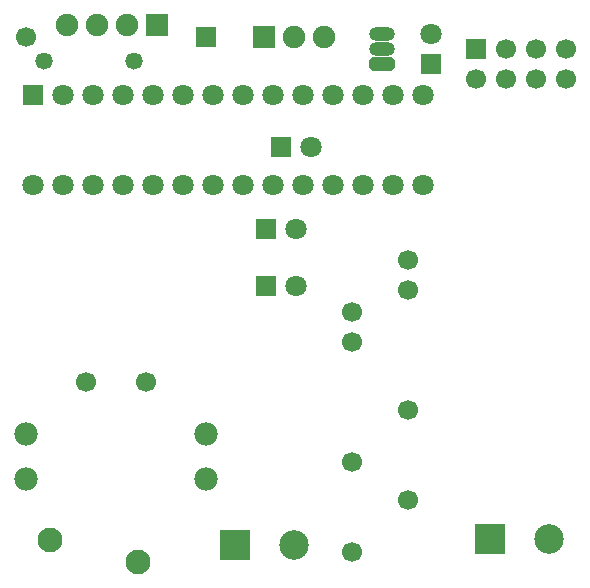
<source format=gbr>
G04 DipTrace 3.0.0.2*
G04 TopMask.gbr*
%MOMM*%
G04 #@! TF.FileFunction,Soldermask,Top*
G04 #@! TF.Part,Single*
%AMOUTLINE1*
4,1,8,
0.79142,-0.6,
1.1,-0.29142,
1.1,0.29142,
0.79142,0.6,
-0.79142,0.6,
-1.1,0.29142,
-1.1,-0.29142,
-0.79142,-0.6,
0.79142,-0.6,
0*%
%ADD24R,1.7X1.7*%
%ADD25C,1.7*%
%ADD31C,1.9*%
%ADD42C,2.1*%
%ADD43O,2.2X1.2*%
%ADD45C,1.978*%
%ADD47C,1.978*%
%ADD49C,1.47*%
%ADD51C,1.47*%
%ADD53R,1.9X1.9*%
%ADD54R,2.5X2.5*%
%ADD56C,2.5*%
%ADD59C,1.8*%
%ADD61R,1.8X1.8*%
%ADD68OUTLINE1*%
%FSLAX35Y35*%
G04*
G71*
G90*
G75*
G01*
G04 TopMask*
%LPD*%
D61*
X3287058Y3621850D3*
D59*
X3541058D3*
Y4098100D3*
D61*
X3287058D3*
D59*
X3668058Y4796600D3*
D61*
X3414058D3*
X4684058Y5495100D3*
D59*
Y5749100D3*
D24*
X2778522Y5730153D3*
D25*
X1762522Y2809153D3*
X2270522D3*
X1254522Y5730153D3*
D56*
X3524568Y1428480D3*
D54*
X3024568D3*
D56*
X5683835Y1475623D3*
D54*
X5183835D3*
D53*
X3270595Y5730153D3*
D31*
X3524595D3*
X3778595D3*
D53*
X2365815Y5825393D3*
D31*
X2111815D3*
X1857815D3*
X1603815D3*
D25*
X4016642Y3396773D3*
Y3142773D3*
Y2126773D3*
Y1364773D3*
X4493208Y3841000D3*
Y3587000D3*
Y2571000D3*
Y1809000D3*
D24*
X5065058Y5622100D3*
D25*
Y5368100D3*
X5319058Y5622100D3*
Y5368100D3*
X5573058Y5622100D3*
Y5368100D3*
X5827058Y5622100D3*
Y5368100D3*
D51*
X1413415Y5523800D3*
D49*
X2175415D3*
D47*
X1254682Y1984047D3*
D45*
X2778682D3*
D47*
X1254682Y2365007D3*
D45*
X2778682D3*
D61*
X1318208Y5238000D3*
D59*
X1572208D3*
X1826208D3*
X2080208D3*
X2334208D3*
X2588208D3*
X2842208D3*
X3096208D3*
X3350208D3*
X3604208D3*
X3858208D3*
X4112208D3*
X4366208D3*
X4620208D3*
Y4476000D3*
X4366208D3*
X4112208D3*
X3858208D3*
X3604208D3*
X3350208D3*
X3096208D3*
X2842208D3*
X2588208D3*
X2334208D3*
X2080208D3*
X1826208D3*
X1572208D3*
X1318208D3*
D68*
X4271308Y5495100D3*
D43*
Y5622100D3*
Y5749100D3*
D42*
X2207082Y1285620D3*
X1457082Y1465620D3*
M02*

</source>
